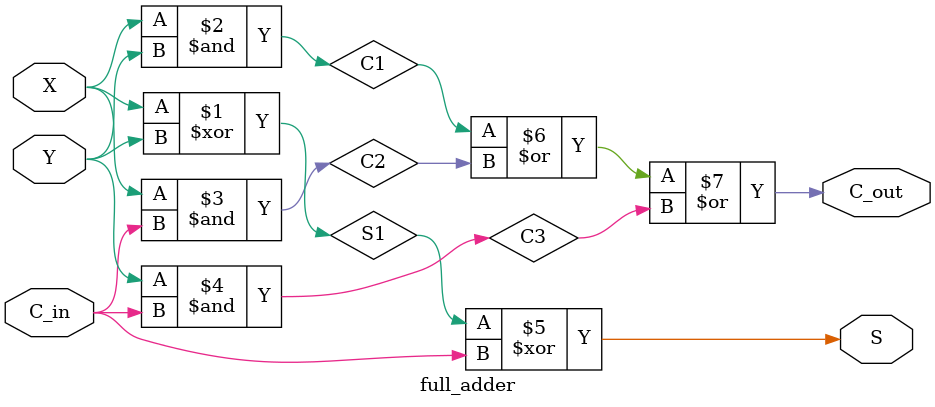
<source format=v>
`timescale 1ns / 1ps
module full_adder(X,Y,C_in,S,C_out);
    input X,Y,C_in;
    wire S1,C1,C2,C3;
    output S,C_out;
    xor Gate1(S1,X,Y);
    and Gate2(C1,X,Y);
    and Gate3(C2,X,C_in);
    and Gate4(C3,Y,C_in);
    xor Gate5(S,S1,C_in);
    or Gate6(C_out,C1,C2,C3);
endmodule
</source>
